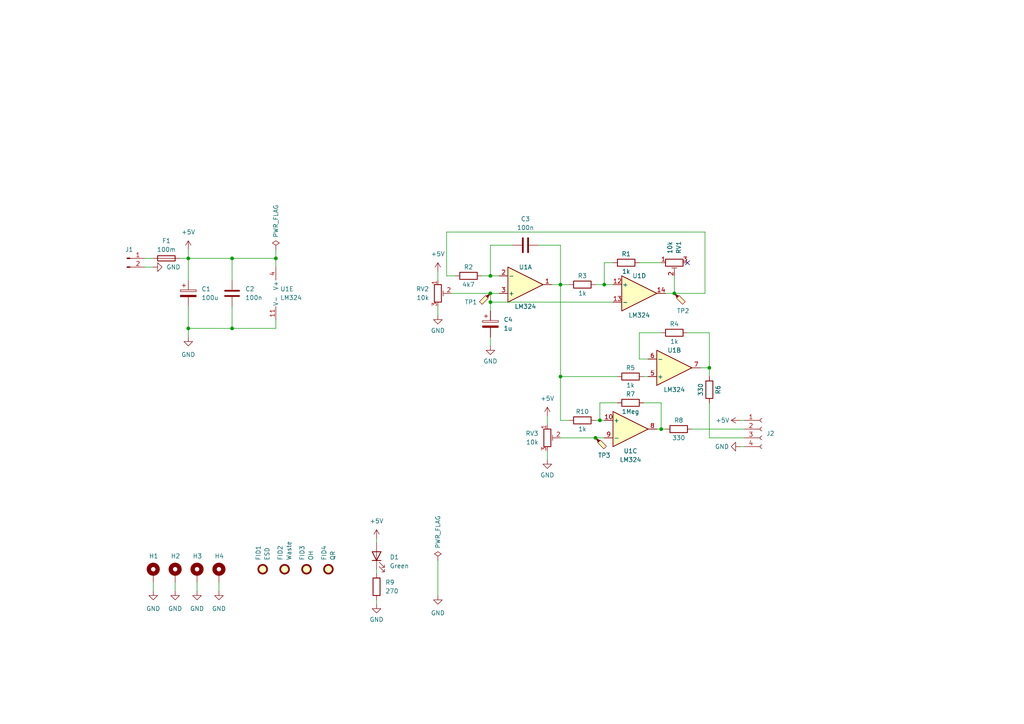
<source format=kicad_sch>
(kicad_sch (version 20230121) (generator eeschema)
  (paper "A4")
  (title_block (title "${acronym} - ${title}") (date "${date}") (rev "${revision}") (company "${company}") (comment 1 "${creator}") (comment 2 "${license}"))
  (lib_symbols
    (symbol "Amplifier_Operational:LM324" (pin_names (offset 0.127))
      (property "Reference" "U" (at 0 5.08 0))
      (property "Value" "LM324" (at 0 -5.08 0))
      (symbol "LM324_1_1"
        (polyline (pts (xy -5.08 5.08) (xy 5.08 0) (xy -5.08 -5.08) (xy -5.08 5.08)) (stroke (width 0.254)) (fill (type background)))
        (pin output line (at 7.62 0 180) (length 2.54) (name "~") (number "1"))
        (pin input line (at -7.62 -2.54 0) (length 2.54) (name "-") (number "2"))
        (pin input line (at -7.62 2.54 0) (length 2.54) (name "+") (number "3"))
      )
      (symbol "LM324_2_1"
        (polyline (pts (xy -5.08 5.08) (xy 5.08 0) (xy -5.08 -5.08) (xy -5.08 5.08)) (stroke (width 0.254)) (fill (type background)))
        (pin input line (at -7.62 2.54 0) (length 2.54) (name "+") (number "5"))
        (pin input line (at -7.62 -2.54 0) (length 2.54) (name "-") (number "6"))
        (pin output line (at 7.62 0 180) (length 2.54) (name "~") (number "7"))
      )
      (symbol "LM324_3_1"
        (polyline (pts (xy -5.08 5.08) (xy 5.08 0) (xy -5.08 -5.08) (xy -5.08 5.08)) (stroke (width 0.254)) (fill (type background)))
        (pin input line (at -7.62 2.54 0) (length 2.54) (name "+") (number "10"))
        (pin output line (at 7.62 0 180) (length 2.54) (name "~") (number "8"))
        (pin input line (at -7.62 -2.54 0) (length 2.54) (name "-") (number "9"))
      )
      (symbol "LM324_4_1"
        (polyline (pts (xy -5.08 5.08) (xy 5.08 0) (xy -5.08 -5.08) (xy -5.08 5.08)) (stroke (width 0.254)) (fill (type background)))
        (pin input line (at -7.62 2.54 0) (length 2.54) (name "+") (number "12"))
        (pin input line (at -7.62 -2.54 0) (length 2.54) (name "-") (number "13"))
        (pin output line (at 7.62 0 180) (length 2.54) (name "~") (number "14"))
      )
      (symbol "LM324_5_1"
        (pin power_in line (at -2.54 -7.62 90) (length 3.81) (name "V-") (number "11"))
        (pin power_in line (at -2.54 7.62 270) (length 3.81) (name "V+") (number "4"))
      )
    )
    (symbol "Connector:Conn_01x02_Pin" (pin_names (offset 1.016) hide)
      (property "Reference" "J" (at 0 2.54 0))
      (property "Value" "Conn_01x02_Pin" (at 0 -5.08 0))
      (symbol "Conn_01x02_Pin_1_1"
        (polyline (pts (xy 1.27 -2.54) (xy 0.8636 -2.54)) (stroke (width 0.1524)))
        (polyline (pts (xy 1.27 0) (xy 0.8636 0)) (stroke (width 0.1524)))
        (rectangle (start 0.8636 -2.413) (end 0 -2.667) (stroke (width 0.1524)) (fill (type outline)))
        (rectangle (start 0.8636 0.127) (end 0 -0.127) (stroke (width 0.1524)) (fill (type outline)))
        (pin passive line (at 5.08 0 180) (length 3.81) (name "Pin_1") (number "1"))
        (pin passive line (at 5.08 -2.54 180) (length 3.81) (name "Pin_2") (number "2"))
      )
    )
    (symbol "Connector:Conn_01x04_Socket" (pin_names (offset 1.016) hide)
      (property "Reference" "J" (at 0 5.08 0))
      (property "Value" "Conn_01x04_Socket" (at 0 -7.62 0))
      (symbol "Conn_01x04_Socket_1_1"
        (arc (start 0 -4.572) (mid -0.5058 -5.08) (end 0 -5.588) (stroke (width 0.1524)))
        (arc (start 0 -2.032) (mid -0.5058 -2.54) (end 0 -3.048) (stroke (width 0.1524)))
        (polyline (pts (xy -1.27 -5.08) (xy -0.508 -5.08)) (stroke (width 0.1524)))
        (polyline (pts (xy -1.27 -2.54) (xy -0.508 -2.54)) (stroke (width 0.1524)))
        (polyline (pts (xy -1.27 0) (xy -0.508 0)) (stroke (width 0.1524)))
        (polyline (pts (xy -1.27 2.54) (xy -0.508 2.54)) (stroke (width 0.1524)))
        (arc (start 0 0.508) (mid -0.5058 0) (end 0 -0.508) (stroke (width 0.1524)))
        (arc (start 0 3.048) (mid -0.5058 2.54) (end 0 2.032) (stroke (width 0.1524)))
        (pin passive line (at -5.08 2.54 0) (length 3.81) (name "Pin_1") (number "1"))
        (pin passive line (at -5.08 0 0) (length 3.81) (name "Pin_2") (number "2"))
        (pin passive line (at -5.08 -2.54 0) (length 3.81) (name "Pin_3") (number "3"))
        (pin passive line (at -5.08 -5.08 0) (length 3.81) (name "Pin_4") (number "4"))
      )
    )
    (symbol "Connector:TestPoint_Probe" (pin_numbers hide) (pin_names (offset 0.762) hide)
      (property "Reference" "TP" (at 1.651 5.842 0))
      (property "Value" "TestPoint_Probe" (at 1.651 4.064 0))
      (symbol "TestPoint_Probe_0_1"
        (polyline (pts (xy 1.27 0.762) (xy 0 0) (xy 0.762 1.27) (xy 1.27 0.762)) (fill (type outline)))
        (polyline (pts (xy 1.397 0.635) (xy 0.635 1.397) (xy 2.413 3.175) (xy 3.175 2.413) (xy 1.397 0.635)) (fill (type background)))
      )
      (symbol "TestPoint_Probe_1_1"
        (pin passive line (at 0 0 90) (length 0) (name "1") (number "1"))
      )
    )
    (symbol "Device:C" (pin_numbers hide) (pin_names (offset 0.254))
      (property "Reference" "C" (at 0.635 2.54 0))
      (property "Value" "C" (at 0.635 -2.54 0))
      (symbol "C_0_1"
        (polyline (pts (xy -2.032 -0.762) (xy 2.032 -0.762)) (stroke (width 0.508)))
        (polyline (pts (xy -2.032 0.762) (xy 2.032 0.762)) (stroke (width 0.508)))
      )
      (symbol "C_1_1"
        (pin passive line (at 0 3.81 270) (length 2.794) (name "~") (number "1"))
        (pin passive line (at 0 -3.81 90) (length 2.794) (name "~") (number "2"))
      )
    )
    (symbol "Device:C_Polarized" (pin_numbers hide) (pin_names (offset 0.254))
      (property "Reference" "C" (at 0.635 2.54 0))
      (property "Value" "C_Polarized" (at 0.635 -2.54 0))
      (symbol "C_Polarized_0_1"
        (rectangle (start -2.286 0.508) (end 2.286 1.016))
        (polyline (pts (xy -1.778 2.286) (xy -0.762 2.286)))
        (polyline (pts (xy -1.27 2.794) (xy -1.27 1.778)))
        (rectangle (start 2.286 -0.508) (end -2.286 -1.016) (fill (type outline)))
      )
      (symbol "C_Polarized_1_1"
        (pin passive line (at 0 3.81 270) (length 2.794) (name "~") (number "1"))
        (pin passive line (at 0 -3.81 90) (length 2.794) (name "~") (number "2"))
      )
    )
    (symbol "Device:Fuse" (pin_numbers hide) (pin_names (offset 0))
      (property "Reference" "F" (at 2.032 0 90))
      (property "Value" "Fuse" (at -1.905 0 90))
      (symbol "Fuse_0_1"
        (rectangle (start -0.762 -2.54) (end 0.762 2.54) (stroke (width 0.254)))
        (polyline (pts (xy 0 2.54) (xy 0 -2.54)))
      )
      (symbol "Fuse_1_1"
        (pin passive line (at 0 3.81 270) (length 1.27) (name "~") (number "1"))
        (pin passive line (at 0 -3.81 90) (length 1.27) (name "~") (number "2"))
      )
    )
    (symbol "Device:LED" (pin_numbers hide) (pin_names (offset 1.016) hide)
      (property "Reference" "D" (at 0 2.54 0))
      (property "Value" "LED" (at 0 -2.54 0))
      (symbol "LED_0_1"
        (polyline (pts (xy -1.27 -1.27) (xy -1.27 1.27)) (stroke (width 0.254)))
        (polyline (pts (xy -1.27 0) (xy 1.27 0)))
        (polyline (pts (xy 1.27 -1.27) (xy 1.27 1.27) (xy -1.27 0) (xy 1.27 -1.27)) (stroke (width 0.254)))
        (polyline (pts (xy -3.048 -0.762) (xy -4.572 -2.286) (xy -3.81 -2.286) (xy -4.572 -2.286) (xy -4.572 -1.524)))
        (polyline (pts (xy -1.778 -0.762) (xy -3.302 -2.286) (xy -2.54 -2.286) (xy -3.302 -2.286) (xy -3.302 -1.524)))
      )
      (symbol "LED_1_1"
        (pin passive line (at -3.81 0 0) (length 2.54) (name "K") (number "1"))
        (pin passive line (at 3.81 0 180) (length 2.54) (name "A") (number "2"))
      )
    )
    (symbol "Device:R" (pin_numbers hide) (pin_names (offset 0))
      (property "Reference" "R" (at 2.032 0 90))
      (property "Value" "R" (at 0 0 90))
      (symbol "R_0_1"
        (rectangle (start -1.016 -2.54) (end 1.016 2.54) (stroke (width 0.254)))
      )
      (symbol "R_1_1"
        (pin passive line (at 0 3.81 270) (length 1.27) (name "~") (number "1"))
        (pin passive line (at 0 -3.81 90) (length 1.27) (name "~") (number "2"))
      )
    )
    (symbol "Device:R_Potentiometer_Trim" (pin_names (offset 1.016) hide)
      (property "Reference" "RV" (at -4.445 0 90))
      (property "Value" "R_Potentiometer_Trim" (at -2.54 0 90))
      (symbol "R_Potentiometer_Trim_0_1"
        (polyline (pts (xy 1.524 0.762) (xy 1.524 -0.762)))
        (polyline (pts (xy 2.54 0) (xy 1.524 0)))
        (rectangle (start 1.016 2.54) (end -1.016 -2.54) (stroke (width 0.254)))
      )
      (symbol "R_Potentiometer_Trim_1_1"
        (pin passive line (at 0 3.81 270) (length 1.27) (name "1") (number "1"))
        (pin passive line (at 3.81 0 180) (length 1.27) (name "2") (number "2"))
        (pin passive line (at 0 -3.81 90) (length 1.27) (name "3") (number "3"))
      )
    )
    (symbol "Mechanical:Fiducial"
      (property "Reference" "FID" (at 0 5.08 0))
      (property "Value" "Fiducial" (at 0 3.175 0))
      (symbol "Fiducial_0_1"
        (circle (center 0 0) (radius 1.27) (stroke (width 0.508)) (fill (type background)))
      )
    )
    (symbol "Mechanical:MountingHole_Pad" (pin_numbers hide) (pin_names (offset 1.016) hide)
      (property "Reference" "H" (at 0 6.35 0))
      (property "Value" "MountingHole_Pad" (at 0 4.445 0))
      (symbol "MountingHole_Pad_0_1"
        (circle (center 0 1.27) (radius 1.27) (stroke (width 1.27)))
      )
      (symbol "MountingHole_Pad_1_1"
        (pin input line (at 0 -2.54 90) (length 2.54) (name "1") (number "1"))
      )
    )
    (symbol "power:+5V" (power) (pin_names (offset 0))
      (property "Value" "+5V" (at 0 3.556 0))
      (symbol "+5V_0_1"
        (polyline (pts (xy -0.762 1.27) (xy 0 2.54)))
        (polyline (pts (xy 0 0) (xy 0 2.54)))
        (polyline (pts (xy 0 2.54) (xy 0.762 1.27)))
      )
      (symbol "+5V_1_1"
        (pin power_in line (at 0 0 90) (length 0) hide (name "+5V") (number "1"))
      )
    )
    (symbol "power:GND" (power) (pin_names (offset 0))
      (property "Value" "GND" (at 0 -3.81 0))
      (symbol "GND_0_1"
        (polyline (pts (xy 0 0) (xy 0 -1.27) (xy 1.27 -1.27) (xy 0 -2.54) (xy -1.27 -1.27) (xy 0 -1.27)))
      )
      (symbol "GND_1_1"
        (pin power_in line (at 0 0 270) (length 0) hide (name "GND") (number "1"))
      )
    )
    (symbol "power:PWR_FLAG" (power) (pin_numbers hide) (pin_names (offset 0) hide)
      (property "Value" "PWR_FLAG" (at 0 3.81 0))
      (symbol "PWR_FLAG_0_0"
        (pin power_out line (at 0 0 90) (length 0) (name "pwr") (number "1"))
      )
      (symbol "PWR_FLAG_0_1"
        (polyline (pts (xy 0 0) (xy 0 1.27) (xy -1.016 1.905) (xy 0 2.54) (xy 1.016 1.905) (xy 0 1.27)))
      )
    )
  )
  (junction (at 172.72 127))
  (junction (at 205.74 106.68))
  (junction (at 142.24 80.01))
  (junction (at 67.31 95.25))
  (junction (at 80.01 74.93))
  (junction (at 173.99 121.92))
  (junction (at 67.31 74.93))
  (junction (at 142.24 87.63))
  (junction (at 195.58 85.09))
  (junction (at 54.61 95.25))
  (junction (at 162.56 82.55))
  (junction (at 175.26 82.55))
  (junction (at 191.77 124.46))
  (junction (at 142.24 85.09))
  (junction (at 162.56 109.22))
  (junction (at 54.61 74.93))
  (no_connect (at 199.39 76.2))
  (wire (pts (xy 199.39 96.52) (xy 205.74 96.52)))
  (wire (pts (xy 205.74 127) (xy 215.9 127)))
  (wire (pts (xy 186.69 116.84) (xy 191.77 116.84)))
  (wire (pts (xy 129.54 80.01) (xy 129.54 67.31)))
  (wire (pts (xy 214.63 129.54) (xy 215.9 129.54)))
  (wire (pts (xy 142.24 97.79) (xy 142.24 100.33)))
  (wire (pts (xy 205.74 116.84) (xy 205.74 127)))
  (wire (pts (xy 172.72 127) (xy 175.26 127)))
  (wire (pts (xy 127 88.9) (xy 127 91.44)))
  (wire (pts (xy 162.56 127) (xy 172.72 127)))
  (wire (pts (xy 50.8 168.91) (xy 50.8 171.45)))
  (wire (pts (xy 191.77 116.84) (xy 191.77 124.46)))
  (wire (pts (xy 175.26 82.55) (xy 175.26 76.2)))
  (wire (pts (xy 109.22 175.26) (xy 109.22 173.99)))
  (wire (pts (xy 44.45 168.91) (xy 44.45 171.45)))
  (wire (pts (xy 63.5 168.91) (xy 63.5 171.45)))
  (wire (pts (xy 162.56 71.12) (xy 162.56 82.55)))
  (wire (pts (xy 142.24 85.09) (xy 144.78 85.09)))
  (wire (pts (xy 127 78.74) (xy 127 81.28)))
  (wire (pts (xy 80.01 92.71) (xy 80.01 95.25)))
  (wire (pts (xy 127 162.56) (xy 127 172.72)))
  (wire (pts (xy 162.56 121.92) (xy 165.1 121.92)))
  (wire (pts (xy 162.56 82.55) (xy 162.56 109.22)))
  (wire (pts (xy 191.77 124.46) (xy 193.04 124.46)))
  (wire (pts (xy 162.56 82.55) (xy 165.1 82.55)))
  (wire (pts (xy 54.61 74.93) (xy 54.61 81.28)))
  (wire (pts (xy 158.75 120.65) (xy 158.75 123.19)))
  (wire (pts (xy 148.59 71.12) (xy 142.24 71.12)))
  (wire (pts (xy 109.22 165.1) (xy 109.22 166.37)))
  (wire (pts (xy 175.26 82.55) (xy 177.8 82.55)))
  (wire (pts (xy 67.31 74.93) (xy 67.31 81.28)))
  (wire (pts (xy 162.56 109.22) (xy 162.56 121.92)))
  (wire (pts (xy 52.07 74.93) (xy 54.61 74.93)))
  (wire (pts (xy 185.42 104.14) (xy 187.96 104.14)))
  (wire (pts (xy 80.01 95.25) (xy 67.31 95.25)))
  (wire (pts (xy 139.7 80.01) (xy 142.24 80.01)))
  (wire (pts (xy 175.26 76.2) (xy 177.8 76.2)))
  (wire (pts (xy 57.15 168.91) (xy 57.15 171.45)))
  (wire (pts (xy 173.99 116.84) (xy 173.99 121.92)))
  (wire (pts (xy 173.99 116.84) (xy 179.07 116.84)))
  (wire (pts (xy 203.2 106.68) (xy 205.74 106.68)))
  (wire (pts (xy 195.58 80.01) (xy 195.58 85.09)))
  (wire (pts (xy 132.08 80.01) (xy 129.54 80.01)))
  (wire (pts (xy 162.56 109.22) (xy 179.07 109.22)))
  (wire (pts (xy 185.42 96.52) (xy 185.42 104.14)))
  (wire (pts (xy 214.63 121.92) (xy 215.9 121.92)))
  (wire (pts (xy 54.61 95.25) (xy 54.61 97.79)))
  (wire (pts (xy 185.42 76.2) (xy 191.77 76.2)))
  (wire (pts (xy 195.58 85.09) (xy 204.47 85.09)))
  (wire (pts (xy 158.75 130.81) (xy 158.75 133.35)))
  (wire (pts (xy 80.01 77.47) (xy 80.01 74.93)))
  (wire (pts (xy 200.66 124.46) (xy 215.9 124.46)))
  (wire (pts (xy 109.22 156.21) (xy 109.22 157.48)))
  (wire (pts (xy 186.69 109.22) (xy 187.96 109.22)))
  (wire (pts (xy 54.61 95.25) (xy 67.31 95.25)))
  (wire (pts (xy 142.24 71.12) (xy 142.24 80.01)))
  (wire (pts (xy 172.72 82.55) (xy 175.26 82.55)))
  (wire (pts (xy 193.04 85.09) (xy 195.58 85.09)))
  (wire (pts (xy 190.5 124.46) (xy 191.77 124.46)))
  (wire (pts (xy 67.31 74.93) (xy 80.01 74.93)))
  (wire (pts (xy 130.81 85.09) (xy 142.24 85.09)))
  (wire (pts (xy 156.21 71.12) (xy 162.56 71.12)))
  (wire (pts (xy 142.24 85.09) (xy 142.24 87.63)))
  (wire (pts (xy 67.31 88.9) (xy 67.31 95.25)))
  (wire (pts (xy 205.74 106.68) (xy 205.74 96.52)))
  (wire (pts (xy 41.91 77.47) (xy 44.45 77.47)))
  (wire (pts (xy 191.77 96.52) (xy 185.42 96.52)))
  (wire (pts (xy 172.72 121.92) (xy 173.99 121.92)))
  (wire (pts (xy 54.61 72.39) (xy 54.61 74.93)))
  (wire (pts (xy 142.24 80.01) (xy 144.78 80.01)))
  (wire (pts (xy 54.61 74.93) (xy 67.31 74.93)))
  (wire (pts (xy 129.54 67.31) (xy 204.47 67.31)))
  (wire (pts (xy 142.24 87.63) (xy 177.8 87.63)))
  (wire (pts (xy 204.47 67.31) (xy 204.47 85.09)))
  (wire (pts (xy 41.91 74.93) (xy 44.45 74.93)))
  (wire (pts (xy 142.24 87.63) (xy 142.24 90.17)))
  (wire (pts (xy 160.02 82.55) (xy 162.56 82.55)))
  (wire (pts (xy 80.01 72.39) (xy 80.01 74.93)))
  (wire (pts (xy 205.74 106.68) (xy 205.74 109.22)))
  (wire (pts (xy 54.61 88.9) (xy 54.61 95.25)))
  (wire (pts (xy 173.99 121.92) (xy 175.26 121.92)))
  (symbol (lib_id "Device:R") (at 135.89 80.01 270) (mirror x) (unit 1)
    (property "Reference" "R2" (at 135.89 77.47 90))
    (property "Value" "4k7" (at 135.89 82.55 90))
    (property "Footprint" "Resistor_SMD:R_1206_3216Metric" (effects hide))
    (property "Vendor" "HTL" (effects hide))
    (property "VendorId" "102961" (effects hide))
  )
  (symbol (lib_id "Device:R") (at 182.88 109.22 90) (unit 1)
    (property "Reference" "R5" (at 182.88 106.68 90))
    (property "Value" "1k" (at 182.88 111.76 90))
    (property "Footprint" "Resistor_SMD:R_1206_3216Metric" (effects hide))
    (property "Vendor" "HTL" (effects hide))
    (property "VendorId" "102951" (effects hide))
  )
  (symbol (lib_id "Amplifier_Operational:LM324") (at 182.88 124.46 0) (unit 3)
    (property "Reference" "U1" (at 182.88 130.81 0))
    (property "Value" "LM324" (at 182.88 133.35 0))
    (property "Footprint" "Package_SO:SOIC-14_3.9x8.7mm_P1.27mm" (effects hide))
    (property "Datasheet" "http://www.ti.com/lit/ds/symlink/lm2902-n.pdf" (effects hide))
    (property "Vendor" "HTL" (effects hide))
    (property "VendorId" "100324" (effects hide))
  )
  (symbol (lib_id "Mechanical:MountingHole_Pad") (at 50.8 166.37 0) (unit 1)
    (property "Reference" "H2" (at 49.53 161.29 0) (effects (justify left)))
    (property "Value" "MountingHole_Pad" (effects hide))
    (property "Footprint" "MountingHole:MountingHole_3.2mm_M3_DIN965_Pad" (effects hide))
    (property "Vendor" "HTL" (effects hide))
    (property "VendorId" "101018, 101382 " (effects hide))
  )
  (symbol (lib_id "Device:R_Potentiometer_Trim") (at 158.75 127 0) (unit 1)
    (property "Reference" "RV3" (at 156.21 125.73 0) (effects (justify right)))
    (property "Value" "10k" (at 156.21 128.27 0) (effects (justify right)))
    (property "Footprint" "Potentiometer_THT:Potentiometer_Bourns_3296W_Vertical" (effects hide))
    (property "Vendor" "HTL" (effects hide))
    (property "VendorId" "100424" (effects hide))
  )
  (symbol (lib_id "power:GND") (at 54.61 97.79 0) (unit 1)
    (property "Reference" "#PWR03" (effects hide))
    (property "Value" "GND" (at 54.61 102.87 0))
  )
  (symbol (lib_id "Connector:TestPoint_Probe") (at 195.58 85.09 0) (mirror x) (unit 1)
    (property "Reference" "TP2" (at 198.12 90.17 0))
    (property "Value" "TestPoint_Probe" (effects hide))
    (property "Footprint" "TestPoint:TestPoint_Pad_D1.5mm" (effects hide))
  )
  (symbol (lib_id "Mechanical:Fiducial") (at 76.2 165.1 270) (mirror x) (unit 1)
    (property "Reference" "FID1" (at 74.93 162.56 0) (effects (justify left)))
    (property "Value" "ESD" (at 77.47 162.56 0) (effects (justify left)))
    (property "Footprint" "Symbol:ESD-Logo_6.6x6mm_SilkScreen" (effects hide))
  )
  (symbol (lib_id "Mechanical:Fiducial") (at 95.25 165.1 270) (mirror x) (unit 1)
    (property "Reference" "FID4" (at 93.98 162.56 0) (effects (justify left)))
    (property "Value" "QR" (at 96.52 162.56 0) (effects (justify left)))
    (property "Footprint" "Images:QR_0x007e" (effects hide))
  )
  (symbol (lib_id "power:GND") (at 44.45 171.45 0) (unit 1)
    (property "Reference" "#PWR011" (effects hide))
    (property "Value" "GND" (at 44.45 176.53 0))
  )
  (symbol (lib_id "Device:C") (at 67.31 85.09 0) (unit 1)
    (property "Reference" "C2" (at 71.12 83.82 0) (effects (justify left)))
    (property "Value" "100n" (at 71.12 86.36 0) (effects (justify left)))
    (property "Footprint" "Capacitor_SMD:C_1206_3216Metric" (effects hide))
    (property "Vendor" "HTL" (effects hide))
    (property "VendorId" "100128" (effects hide))
  )
  (symbol (lib_id "Amplifier_Operational:LM324") (at 185.42 85.09 0) (unit 4)
    (property "Reference" "U1" (at 185.42 80.01 0))
    (property "Value" "LM324" (at 185.42 91.44 0))
    (property "Footprint" "Package_SO:SOIC-14_3.9x8.7mm_P1.27mm" (effects hide))
    (property "Datasheet" "http://www.ti.com/lit/ds/symlink/lm2902-n.pdf" (effects hide))
    (property "Vendor" "HTL" (effects hide))
    (property "VendorId" "100324" (effects hide))
  )
  (symbol (lib_id "Device:R") (at 168.91 121.92 90) (unit 1)
    (property "Reference" "R10" (at 168.91 119.38 90))
    (property "Value" "1k" (at 168.91 124.46 90))
    (property "Footprint" "Resistor_SMD:R_1206_3216Metric" (effects hide))
    (property "Vendor" "HTL" (effects hide))
    (property "VendorId" "102951" (effects hide))
  )
  (symbol (lib_id "Device:C_Polarized") (at 54.61 85.09 0) (unit 1)
    (property "Reference" "C1" (at 58.42 83.82 0) (effects (justify left)))
    (property "Value" "100u" (at 58.42 86.36 0) (effects (justify left)))
    (property "Footprint" "Capacitor_SMD:CP_Elec_6.3x4.9" (effects hide))
    (property "Vendor" "HTL" (effects hide))
    (property "VendorId" "100142" (effects hide))
  )
  (symbol (lib_id "Mechanical:Fiducial") (at 88.9 165.1 270) (mirror x) (unit 1)
    (property "Reference" "FID3" (at 87.63 162.56 0) (effects (justify left)))
    (property "Value" "OH" (at 90.17 162.56 0) (effects (justify left)))
    (property "Footprint" "Symbol:OSHW-Logo_5.7x6mm_SilkScreen" (effects hide))
  )
  (symbol (lib_id "power:GND") (at 109.22 175.26 0) (unit 1)
    (property "Reference" "#PWR016" (effects hide))
    (property "Value" "GND" (at 109.22 179.705 0))
  )
  (symbol (lib_id "Connector:TestPoint_Probe") (at 172.72 127 0) (mirror x) (unit 1)
    (property "Reference" "TP3" (at 175.26 132.08 0))
    (property "Value" "TestPoint_Probe" (effects hide))
    (property "Footprint" "TestPoint:TestPoint_Pad_D1.5mm" (effects hide))
  )
  (symbol (lib_id "Device:C") (at 152.4 71.12 90) (unit 1)
    (property "Reference" "C3" (at 152.4 63.5 90))
    (property "Value" "100n" (at 152.4 66.04 90))
    (property "Footprint" "Capacitor_SMD:C_1206_3216Metric" (effects hide))
    (property "Vendor" "HTL" (effects hide))
    (property "VendorId" "100128" (effects hide))
  )
  (symbol (lib_id "Mechanical:MountingHole_Pad") (at 44.45 166.37 0) (unit 1)
    (property "Reference" "H1" (at 43.18 161.29 0) (effects (justify left)))
    (property "Value" "MountingHole_Pad" (effects hide))
    (property "Footprint" "MountingHole:MountingHole_3.2mm_M3_DIN965_Pad" (effects hide))
    (property "Vendor" "HTL" (effects hide))
    (property "VendorId" "101018, 101382 " (effects hide))
  )
  (symbol (lib_id "power:+5V") (at 214.63 121.92 90) (unit 1)
    (property "Reference" "#PWR017" (effects hide))
    (property "Value" "+5V" (at 209.55 121.92 90))
  )
  (symbol (lib_id "Device:R") (at 182.88 116.84 90) (unit 1)
    (property "Reference" "R7" (at 182.88 114.3 90))
    (property "Value" "1Meg" (at 182.88 119.38 90))
    (property "Footprint" "Resistor_SMD:R_1206_3216Metric" (effects hide))
    (property "Vendor" "HTL" (effects hide))
    (property "VendorId" "102999" (effects hide))
  )
  (symbol (lib_id "power:GND") (at 57.15 171.45 0) (unit 1)
    (property "Reference" "#PWR013" (effects hide))
    (property "Value" "GND" (at 57.15 176.53 0))
  )
  (symbol (lib_id "power:GND") (at 214.63 129.54 270) (unit 1)
    (property "Reference" "#PWR08" (effects hide))
    (property "Value" "GND" (at 211.455 129.54 90) (effects (justify right)))
  )
  (symbol (lib_id "Connector:Conn_01x04_Socket") (at 220.98 124.46 0) (unit 1)
    (property "Reference" "J2" (at 222.25 125.73 0) (effects (justify left)))
    (property "Value" "Conn_01x04_Socket" (effects hide))
    (property "Footprint" "Connector_PinSocket_2.54mm:PinSocket_1x04_P2.54mm_Vertical" (effects hide))
    (property "VendorId" "101546" (effects hide))
  )
  (symbol (lib_id "Device:R") (at 196.85 124.46 90) (unit 1)
    (property "Reference" "R8" (at 196.85 121.92 90))
    (property "Value" "330" (at 196.85 127 90))
    (property "Footprint" "Resistor_SMD:R_1206_3216Metric" (effects hide))
    (property "Vendor" "HTL" (effects hide))
    (property "VendorId" "102940" (effects hide))
  )
  (symbol (lib_id "power:GND") (at 50.8 171.45 0) (unit 1)
    (property "Reference" "#PWR012" (effects hide))
    (property "Value" "GND" (at 50.8 176.53 0))
  )
  (symbol (lib_id "power:GND") (at 44.45 77.47 90) (unit 1)
    (property "Reference" "#PWR02" (effects hide))
    (property "Value" "GND" (at 48.26 77.47 90) (effects (justify right)))
  )
  (symbol (lib_id "power:GND") (at 158.75 133.35 0) (unit 1)
    (property "Reference" "#PWR09" (effects hide))
    (property "Value" "GND" (at 158.75 137.795 0))
  )
  (symbol (lib_id "power:+5V") (at 127 78.74 0) (unit 1)
    (property "Reference" "#PWR04" (effects hide))
    (property "Value" "+5V" (at 127 73.66 0))
  )
  (symbol (lib_id "Amplifier_Operational:LM324") (at 152.4 82.55 0) (mirror x) (unit 1)
    (property "Reference" "U1" (at 152.4 77.47 0))
    (property "Value" "LM324" (at 152.4 88.9 0))
    (property "Footprint" "Package_SO:SOIC-14_3.9x8.7mm_P1.27mm" (effects hide))
    (property "Datasheet" "http://www.ti.com/lit/ds/symlink/lm2902-n.pdf" (effects hide))
    (property "Vendor" "HTL" (effects hide))
    (property "VendorId" "100324" (effects hide))
  )
  (symbol (lib_id "Device:R_Potentiometer_Trim") (at 195.58 76.2 90) (mirror x) (unit 1)
    (property "Reference" "RV1" (at 196.85 73.66 0) (effects (justify right)))
    (property "Value" "10k" (at 194.31 73.66 0) (effects (justify right)))
    (property "Footprint" "Potentiometer_THT:Potentiometer_Bourns_3296W_Vertical" (effects hide))
    (property "Vendor" "HTL" (effects hide))
    (property "VendorId" "100424" (effects hide))
  )
  (symbol (lib_id "Mechanical:Fiducial") (at 82.55 165.1 270) (mirror x) (unit 1)
    (property "Reference" "FID2" (at 81.28 162.56 0) (effects (justify left)))
    (property "Value" "Waste" (at 83.82 162.56 0) (effects (justify left)))
    (property "Footprint" "Symbol:WEEE-Logo_4.2x6mm_SilkScreen" (effects hide))
  )
  (symbol (lib_id "power:GND") (at 63.5 171.45 0) (unit 1)
    (property "Reference" "#PWR014" (effects hide))
    (property "Value" "GND" (at 63.5 176.53 0))
  )
  (symbol (lib_id "Device:R") (at 109.22 170.18 0) (unit 1)
    (property "Reference" "R9" (at 111.76 168.91 0) (effects (justify left)))
    (property "Value" "270" (at 111.76 171.45 0) (effects (justify left)))
    (property "Footprint" "Resistor_SMD:R_1206_3216Metric" (effects hide))
    (property "Vendor" "HTL" (effects hide))
    (property "VendorId" "102938" (effects hide))
  )
  (symbol (lib_id "power:+5V") (at 54.61 72.39 0) (unit 1)
    (property "Reference" "#PWR01" (effects hide))
    (property "Value" "+5V" (at 54.61 67.31 0))
  )
  (symbol (lib_id "Device:R") (at 195.58 96.52 90) (unit 1)
    (property "Reference" "R4" (at 195.58 93.98 90))
    (property "Value" "1k" (at 195.58 99.06 90))
    (property "Footprint" "Resistor_SMD:R_1206_3216Metric" (effects hide))
    (property "Vendor" "HTL" (effects hide))
    (property "VendorId" "102951" (effects hide))
  )
  (symbol (lib_id "Connector:TestPoint_Probe") (at 142.24 85.09 90) (mirror x) (unit 1)
    (property "Reference" "TP1" (at 138.43 87.63 90) (effects (justify left)))
    (property "Value" "TestPoint_Probe" (effects hide))
    (property "Footprint" "TestPoint:TestPoint_Pad_D1.5mm" (effects hide))
  )
  (symbol (lib_id "power:PWR_FLAG") (at 127 162.56 0) (unit 1)
    (property "Reference" "#FLG02" (effects hide))
    (property "Value" "PWR_FLAG" (at 127 154.305 90))
  )
  (symbol (lib_id "Mechanical:MountingHole_Pad") (at 57.15 166.37 0) (unit 1)
    (property "Reference" "H3" (at 55.88 161.29 0) (effects (justify left)))
    (property "Value" "MountingHole_Pad" (effects hide))
    (property "Footprint" "MountingHole:MountingHole_3.2mm_M3_DIN965_Pad" (effects hide))
    (property "Vendor" "HTL" (effects hide))
    (property "VendorId" "101018, 101382 " (effects hide))
  )
  (symbol (lib_id "Device:R") (at 168.91 82.55 90) (unit 1)
    (property "Reference" "R3" (at 168.91 80.01 90))
    (property "Value" "1k" (at 168.91 85.09 90))
    (property "Footprint" "Resistor_SMD:R_1206_3216Metric" (effects hide))
    (property "Vendor" "HTL" (effects hide))
    (property "VendorId" "102951" (effects hide))
  )
  (symbol (lib_id "Amplifier_Operational:LM324") (at 82.55 85.09 0) (unit 5)
    (property "Reference" "U1" (at 81.28 83.82 0) (effects (justify left)))
    (property "Value" "LM324" (at 81.28 86.36 0) (effects (justify left)))
    (property "Footprint" "Package_SO:SOIC-14_3.9x8.7mm_P1.27mm" (effects hide))
    (property "Datasheet" "http://www.ti.com/lit/ds/symlink/lm2902-n.pdf" (effects hide))
    (property "Vendor" "HTL" (effects hide))
    (property "VendorId" "100324" (effects hide))
  )
  (symbol (lib_id "Device:C_Polarized") (at 142.24 93.98 0) (unit 1)
    (property "Reference" "C4" (at 146.05 92.71 0) (effects (justify left)))
    (property "Value" "1u" (at 146.05 95.25 0) (effects (justify left)))
    (property "Footprint" "Capacitor_Tantalum_SMD:CP_EIA-3528-21_Kemet-B" (effects hide))
    (property "Vendor" "HTL" (effects hide))
    (property "VendorId" "100139" (effects hide))
  )
  (symbol (lib_id "power:GND") (at 142.24 100.33 0) (unit 1)
    (property "Reference" "#PWR06" (effects hide))
    (property "Value" "GND" (at 142.24 104.775 0))
  )
  (symbol (lib_id "Mechanical:MountingHole_Pad") (at 63.5 166.37 0) (unit 1)
    (property "Reference" "H4" (at 62.23 161.29 0) (effects (justify left)))
    (property "Value" "MountingHole_Pad" (effects hide))
    (property "Footprint" "MountingHole:MountingHole_3.2mm_M3_DIN965_Pad" (effects hide))
    (property "Vendor" "HTL" (effects hide))
    (property "VendorId" "101018, 101382 " (effects hide))
  )
  (symbol (lib_id "Device:R_Potentiometer_Trim") (at 127 85.09 0) (unit 1)
    (property "Reference" "RV2" (at 124.46 83.82 0) (effects (justify right)))
    (property "Value" "10k" (at 124.46 86.36 0) (effects (justify right)))
    (property "Footprint" "Potentiometer_THT:Potentiometer_Bourns_3296W_Vertical" (effects hide))
    (property "Vendor" "HTL" (effects hide))
    (property "VendorId" "100424" (effects hide))
  )
  (symbol (lib_id "Amplifier_Operational:LM324") (at 195.58 106.68 0) (mirror x) (unit 2)
    (property "Reference" "U1" (at 195.58 101.6 0))
    (property "Value" "LM324" (at 195.58 113.03 0))
    (property "Footprint" "Package_SO:SOIC-14_3.9x8.7mm_P1.27mm" (effects hide))
    (property "Datasheet" "http://www.ti.com/lit/ds/symlink/lm2902-n.pdf" (effects hide))
    (property "Vendor" "HTL" (effects hide))
    (property "VendorId" "100324" (effects hide))
  )
  (symbol (lib_id "Device:R") (at 181.61 76.2 90) (unit 1)
    (property "Reference" "R1" (at 181.61 73.66 90))
    (property "Value" "1k" (at 181.61 78.74 90))
    (property "Footprint" "Resistor_SMD:R_1206_3216Metric" (effects hide))
    (property "Vendor" "HTL" (effects hide))
    (property "VendorId" "102951" (effects hide))
  )
  (symbol (lib_id "Device:LED") (at 109.22 161.29 90) (unit 1)
    (property "Reference" "D1" (at 113.03 161.6075 90) (effects (justify right)))
    (property "Value" "Green" (at 113.03 164.1475 90) (effects (justify right)))
    (property "Footprint" "LED_SMD:LED_1206_3216Metric" (effects hide))
    (property "Vendor" "HTL" (effects hide))
    (property "VendorId" "100459" (effects hide))
  )
  (symbol (lib_id "Connector:Conn_01x02_Pin") (at 36.83 74.93 0) (unit 1)
    (property "Reference" "J1" (at 37.465 72.39 0))
    (property "Value" "Conn_01x02_Pin" (effects hide))
    (property "Footprint" "Connector_PinHeader_2.54mm:PinHeader_1x02_P2.54mm_Vertical" (effects hide))
    (property "Vendor" "HTL" (effects hide))
    (property "VendorId" "101521" (effects hide))
  )
  (symbol (lib_id "Device:R") (at 205.74 113.03 0) (unit 1)
    (property "Reference" "R6" (at 208.28 113.03 90))
    (property "Value" "330" (at 203.2 113.03 90))
    (property "Footprint" "Resistor_SMD:R_1206_3216Metric" (effects hide))
    (property "Vendor" "HTL" (effects hide))
    (property "VendorId" "102940" (effects hide))
  )
  (symbol (lib_id "power:PWR_FLAG") (at 80.01 72.39 0) (unit 1)
    (property "Reference" "#FLG01" (effects hide))
    (property "Value" "PWR_FLAG" (at 80.01 64.135 90))
  )
  (symbol (lib_id "Device:Fuse") (at 48.26 74.93 90) (unit 1)
    (property "Reference" "F1" (at 48.26 69.85 90))
    (property "Value" "100m" (at 48.26 72.39 90))
    (property "Footprint" "Fuse:Fuse_1206_3216Metric" (effects hide))
    (property "Vendor" "HTL" (effects hide))
    (property "VendorId" "101639" (effects hide))
  )
  (symbol (lib_id "power:+5V") (at 158.75 120.65 0) (unit 1)
    (property "Reference" "#PWR07" (effects hide))
    (property "Value" "+5V" (at 158.75 115.57 0))
  )
  (symbol (lib_id "power:GND") (at 127 91.44 0) (unit 1)
    (property "Reference" "#PWR05" (effects hide))
    (property "Value" "GND" (at 127 95.885 0))
  )
  (symbol (lib_id "power:+5V") (at 109.22 156.21 0) (unit 1)
    (property "Reference" "#PWR010" (effects hide))
    (property "Value" "+5V" (at 109.22 151.13 0))
  )
  (symbol (lib_id "power:GND") (at 127 172.72 0) (unit 1)
    (property "Reference" "#PWR015" (effects hide))
    (property "Value" "GND" (at 127 177.8 0))
  )
)
</source>
